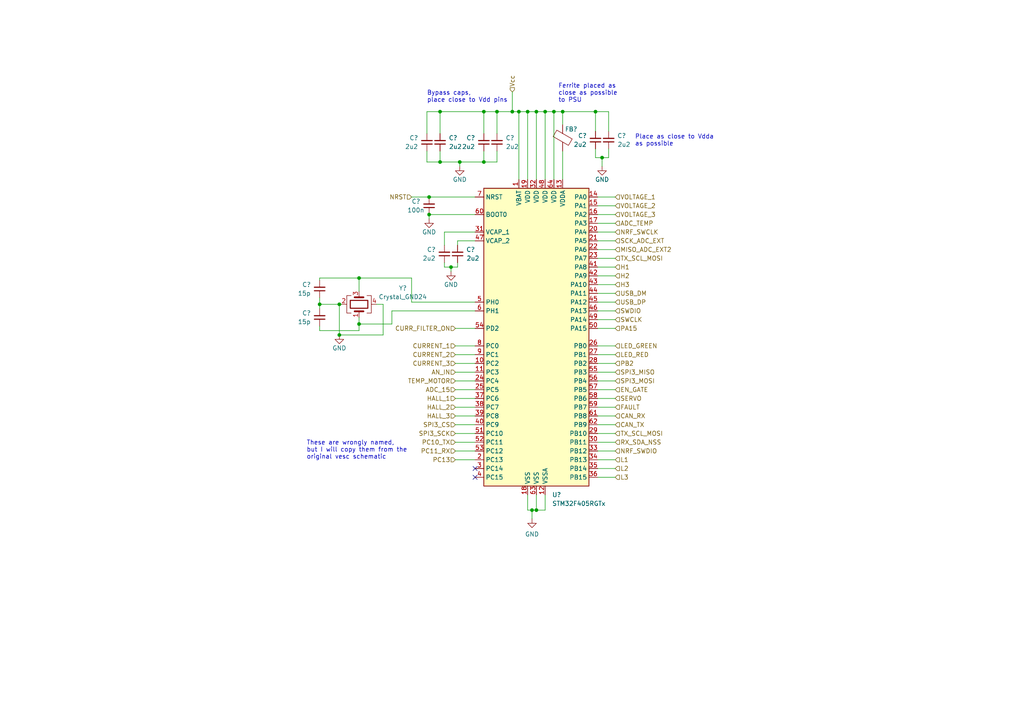
<source format=kicad_sch>
(kicad_sch (version 20211123) (generator eeschema)
  (paper "A4")
  (lib_symbols
    (symbol "Device:C_Small" (pin_numbers hide) (pin_names (offset 0.254) hide)
      (property "Reference" "C" (at 0.254 1.778 0))
      (property "Value" "C_Small" (at 0.254 -2.032 0))
      (symbol "C_Small_0_1"
        (polyline (pts (xy -1.524 -0.508) (xy 1.524 -0.508)) (stroke (width 0.3302)))
        (polyline (pts (xy -1.524 0.508) (xy 1.524 0.508)) (stroke (width 0.3048)))
      )
      (symbol "C_Small_1_1"
        (pin passive line (at 0 2.54 270) (length 2.032) (name "~") (number "1"))
        (pin passive line (at 0 -2.54 90) (length 2.032) (name "~") (number "2"))
      )
    )
    (symbol "Device:Crystal_GND24" (pin_names (offset 1.016) hide)
      (property "Reference" "Y" (at 3.175 5.08 0))
      (property "Value" "Crystal_GND24" (at 3.175 3.175 0))
      (symbol "Crystal_GND24_0_1"
        (rectangle (start -1.143 2.54) (end 1.143 -2.54) (stroke (width 0.3048)))
        (polyline (pts (xy -2.54 0) (xy -2.032 0)))
        (polyline (pts (xy -2.032 -1.27) (xy -2.032 1.27)) (stroke (width 0.508)))
        (polyline (pts (xy 0 -3.81) (xy 0 -3.556)))
        (polyline (pts (xy 0 3.556) (xy 0 3.81)))
        (polyline (pts (xy 2.032 -1.27) (xy 2.032 1.27)) (stroke (width 0.508)))
        (polyline (pts (xy 2.032 0) (xy 2.54 0)))
        (polyline (pts (xy -2.54 -2.286) (xy -2.54 -3.556) (xy 2.54 -3.556) (xy 2.54 -2.286)))
        (polyline (pts (xy -2.54 2.286) (xy -2.54 3.556) (xy 2.54 3.556) (xy 2.54 2.286)))
      )
      (symbol "Crystal_GND24_1_1"
        (pin passive line (at -3.81 0 0) (length 1.27) (name "1") (number "1"))
        (pin passive line (at 0 5.08 270) (length 1.27) (name "2") (number "2"))
        (pin passive line (at 3.81 0 180) (length 1.27) (name "3") (number "3"))
        (pin passive line (at 0 -5.08 90) (length 1.27) (name "4") (number "4"))
      )
    )
    (symbol "Device:FerriteBead" (pin_numbers hide) (pin_names (offset 0))
      (property "Reference" "FB" (at -3.81 0.635 90))
      (property "Value" "FerriteBead" (at 3.81 0 90))
      (symbol "FerriteBead_0_1"
        (polyline (pts (xy 0 -1.27) (xy 0 -1.2192)))
        (polyline (pts (xy 0 1.27) (xy 0 1.2954)))
        (polyline (pts (xy -2.7686 0.4064) (xy -1.7018 2.2606) (xy 2.7686 -0.3048) (xy 1.6764 -2.159) (xy -2.7686 0.4064)))
      )
      (symbol "FerriteBead_1_1"
        (pin passive line (at 0 3.81 270) (length 2.54) (name "~") (number "1"))
        (pin passive line (at 0 -3.81 90) (length 2.54) (name "~") (number "2"))
      )
    )
    (symbol "MCU_ST_STM32F4:STM32F405RGTx"
      (property "Reference" "U" (at -15.24 44.45 0))
      (property "Value" "STM32F405RGTx" (at 10.16 44.45 0))
      (symbol "STM32F405RGTx_0_1"
        (rectangle (start -15.24 -43.18) (end 15.24 43.18) (stroke (width 0.254)) (fill (type background)))
      )
      (symbol "STM32F405RGTx_1_1"
        (pin power_in line (at -5.08 45.72 270) (length 2.54) (name "VBAT") (number "1"))
        (pin bidirectional line (at -17.78 -7.62 0) (length 2.54) (name "PC2") (number "10"))
        (pin bidirectional line (at -17.78 -10.16 0) (length 2.54) (name "PC3") (number "11"))
        (pin power_in line (at 2.54 -45.72 90) (length 2.54) (name "VSSA") (number "12"))
        (pin power_in line (at 7.62 45.72 270) (length 2.54) (name "VDDA") (number "13"))
        (pin bidirectional line (at 17.78 40.64 180) (length 2.54) (name "PA0") (number "14"))
        (pin bidirectional line (at 17.78 38.1 180) (length 2.54) (name "PA1") (number "15"))
        (pin bidirectional line (at 17.78 35.56 180) (length 2.54) (name "PA2") (number "16"))
        (pin bidirectional line (at 17.78 33.02 180) (length 2.54) (name "PA3") (number "17"))
        (pin power_in line (at -2.54 -45.72 90) (length 2.54) (name "VSS") (number "18"))
        (pin power_in line (at -2.54 45.72 270) (length 2.54) (name "VDD") (number "19"))
        (pin bidirectional line (at -17.78 -35.56 0) (length 2.54) (name "PC13") (number "2"))
        (pin bidirectional line (at 17.78 30.48 180) (length 2.54) (name "PA4") (number "20"))
        (pin bidirectional line (at 17.78 27.94 180) (length 2.54) (name "PA5") (number "21"))
        (pin bidirectional line (at 17.78 25.4 180) (length 2.54) (name "PA6") (number "22"))
        (pin bidirectional line (at 17.78 22.86 180) (length 2.54) (name "PA7") (number "23"))
        (pin bidirectional line (at -17.78 -12.7 0) (length 2.54) (name "PC4") (number "24"))
        (pin bidirectional line (at -17.78 -15.24 0) (length 2.54) (name "PC5") (number "25"))
        (pin bidirectional line (at 17.78 -2.54 180) (length 2.54) (name "PB0") (number "26"))
        (pin bidirectional line (at 17.78 -5.08 180) (length 2.54) (name "PB1") (number "27"))
        (pin bidirectional line (at 17.78 -7.62 180) (length 2.54) (name "PB2") (number "28"))
        (pin bidirectional line (at 17.78 -27.94 180) (length 2.54) (name "PB10") (number "29"))
        (pin bidirectional line (at -17.78 -38.1 0) (length 2.54) (name "PC14") (number "3"))
        (pin bidirectional line (at 17.78 -30.48 180) (length 2.54) (name "PB11") (number "30"))
        (pin power_in line (at -17.78 30.48 0) (length 2.54) (name "VCAP_1") (number "31"))
        (pin power_in line (at 0 45.72 270) (length 2.54) (name "VDD") (number "32"))
        (pin bidirectional line (at 17.78 -33.02 180) (length 2.54) (name "PB12") (number "33"))
        (pin bidirectional line (at 17.78 -35.56 180) (length 2.54) (name "PB13") (number "34"))
        (pin bidirectional line (at 17.78 -38.1 180) (length 2.54) (name "PB14") (number "35"))
        (pin bidirectional line (at 17.78 -40.64 180) (length 2.54) (name "PB15") (number "36"))
        (pin bidirectional line (at -17.78 -17.78 0) (length 2.54) (name "PC6") (number "37"))
        (pin bidirectional line (at -17.78 -20.32 0) (length 2.54) (name "PC7") (number "38"))
        (pin bidirectional line (at -17.78 -22.86 0) (length 2.54) (name "PC8") (number "39"))
        (pin bidirectional line (at -17.78 -40.64 0) (length 2.54) (name "PC15") (number "4"))
        (pin bidirectional line (at -17.78 -25.4 0) (length 2.54) (name "PC9") (number "40"))
        (pin bidirectional line (at 17.78 20.32 180) (length 2.54) (name "PA8") (number "41"))
        (pin bidirectional line (at 17.78 17.78 180) (length 2.54) (name "PA9") (number "42"))
        (pin bidirectional line (at 17.78 15.24 180) (length 2.54) (name "PA10") (number "43"))
        (pin bidirectional line (at 17.78 12.7 180) (length 2.54) (name "PA11") (number "44"))
        (pin bidirectional line (at 17.78 10.16 180) (length 2.54) (name "PA12") (number "45"))
        (pin bidirectional line (at 17.78 7.62 180) (length 2.54) (name "PA13") (number "46"))
        (pin power_in line (at -17.78 27.94 0) (length 2.54) (name "VCAP_2") (number "47"))
        (pin power_in line (at 2.54 45.72 270) (length 2.54) (name "VDD") (number "48"))
        (pin bidirectional line (at 17.78 5.08 180) (length 2.54) (name "PA14") (number "49"))
        (pin input line (at -17.78 10.16 0) (length 2.54) (name "PH0") (number "5"))
        (pin bidirectional line (at 17.78 2.54 180) (length 2.54) (name "PA15") (number "50"))
        (pin bidirectional line (at -17.78 -27.94 0) (length 2.54) (name "PC10") (number "51"))
        (pin bidirectional line (at -17.78 -30.48 0) (length 2.54) (name "PC11") (number "52"))
        (pin bidirectional line (at -17.78 -33.02 0) (length 2.54) (name "PC12") (number "53"))
        (pin bidirectional line (at -17.78 2.54 0) (length 2.54) (name "PD2") (number "54"))
        (pin bidirectional line (at 17.78 -10.16 180) (length 2.54) (name "PB3") (number "55"))
        (pin bidirectional line (at 17.78 -12.7 180) (length 2.54) (name "PB4") (number "56"))
        (pin bidirectional line (at 17.78 -15.24 180) (length 2.54) (name "PB5") (number "57"))
        (pin bidirectional line (at 17.78 -17.78 180) (length 2.54) (name "PB6") (number "58"))
        (pin bidirectional line (at 17.78 -20.32 180) (length 2.54) (name "PB7") (number "59"))
        (pin input line (at -17.78 7.62 0) (length 2.54) (name "PH1") (number "6"))
        (pin input line (at -17.78 35.56 0) (length 2.54) (name "BOOT0") (number "60"))
        (pin bidirectional line (at 17.78 -22.86 180) (length 2.54) (name "PB8") (number "61"))
        (pin bidirectional line (at 17.78 -25.4 180) (length 2.54) (name "PB9") (number "62"))
        (pin power_in line (at 0 -45.72 90) (length 2.54) (name "VSS") (number "63"))
        (pin power_in line (at 5.08 45.72 270) (length 2.54) (name "VDD") (number "64"))
        (pin input line (at -17.78 40.64 0) (length 2.54) (name "NRST") (number "7"))
        (pin bidirectional line (at -17.78 -2.54 0) (length 2.54) (name "PC0") (number "8"))
        (pin bidirectional line (at -17.78 -5.08 0) (length 2.54) (name "PC1") (number "9"))
      )
    )
    (symbol "power:GND" (power) (pin_names (offset 0))
      (property "Value" "GND" (at 0 -3.81 0))
      (symbol "GND_0_1"
        (polyline (pts (xy 0 0) (xy 0 -1.27) (xy 1.27 -1.27) (xy 0 -2.54) (xy -1.27 -1.27) (xy 0 -1.27)))
      )
      (symbol "GND_1_1"
        (pin power_in line (at 0 0 270) (length 0) hide (name "GND") (number "1"))
      )
    )
  )
  (junction (at 163.195 32.385))
  (junction (at 174.625 45.72))
  (junction (at 150.495 32.385))
  (junction (at 92.71 88.265))
  (junction (at 153.035 32.385))
  (junction (at 98.425 88.265))
  (junction (at 127.635 32.385))
  (junction (at 104.14 93.98))
  (junction (at 158.115 32.385))
  (junction (at 140.335 32.385))
  (junction (at 124.46 62.23))
  (junction (at 98.425 97.155))
  (junction (at 133.35 46.99))
  (junction (at 104.14 80.645))
  (junction (at 160.655 32.385))
  (junction (at 144.145 32.385))
  (junction (at 140.335 46.99))
  (junction (at 130.81 77.47))
  (junction (at 155.575 147.955))
  (junction (at 154.305 147.955))
  (junction (at 148.59 32.385))
  (junction (at 127.635 46.99))
  (junction (at 124.46 57.15))
  (junction (at 172.72 32.385))
  (junction (at 155.575 32.385))
  (no_connect (at 137.795 135.89))
  (no_connect (at 137.795 138.43))
  (wire (pts (xy 92.71 88.265) (xy 98.425 88.265)))
  (wire (pts (xy 92.71 95.885) (xy 104.14 95.885)))
  (wire (pts (xy 140.335 32.385) (xy 144.145 32.385)))
  (wire (pts (xy 173.355 115.57) (xy 178.435 115.57)))
  (wire (pts (xy 173.355 59.69) (xy 178.435 59.69)))
  (wire (pts (xy 132.08 125.73) (xy 137.795 125.73)))
  (wire (pts (xy 173.355 105.41) (xy 178.435 105.41)))
  (wire (pts (xy 158.115 147.955) (xy 155.575 147.955)))
  (wire (pts (xy 98.425 88.265) (xy 99.06 88.265)))
  (wire (pts (xy 163.195 32.385) (xy 163.195 36.195)))
  (wire (pts (xy 132.08 133.35) (xy 137.795 133.35)))
  (wire (pts (xy 92.71 94.615) (xy 92.71 95.885)))
  (wire (pts (xy 132.08 123.19) (xy 137.795 123.19)))
  (wire (pts (xy 132.715 69.85) (xy 137.795 69.85)))
  (wire (pts (xy 92.71 80.645) (xy 104.14 80.645)))
  (wire (pts (xy 132.715 76.2) (xy 132.715 77.47)))
  (wire (pts (xy 153.035 147.955) (xy 154.305 147.955)))
  (wire (pts (xy 104.14 84.455) (xy 104.14 80.645)))
  (wire (pts (xy 123.825 38.735) (xy 123.825 32.385)))
  (wire (pts (xy 144.145 32.385) (xy 144.145 38.735)))
  (wire (pts (xy 154.305 147.955) (xy 154.305 150.495)))
  (wire (pts (xy 132.08 128.27) (xy 137.795 128.27)))
  (wire (pts (xy 140.335 46.99) (xy 133.35 46.99)))
  (wire (pts (xy 173.355 62.23) (xy 178.435 62.23)))
  (wire (pts (xy 173.355 57.15) (xy 178.435 57.15)))
  (wire (pts (xy 92.71 81.28) (xy 92.71 80.645)))
  (wire (pts (xy 119.38 57.15) (xy 124.46 57.15)))
  (wire (pts (xy 104.14 95.885) (xy 104.14 93.98)))
  (wire (pts (xy 132.08 105.41) (xy 137.795 105.41)))
  (wire (pts (xy 144.145 46.99) (xy 140.335 46.99)))
  (wire (pts (xy 124.46 62.23) (xy 124.46 63.5)))
  (wire (pts (xy 163.195 32.385) (xy 172.72 32.385)))
  (wire (pts (xy 123.825 32.385) (xy 127.635 32.385)))
  (wire (pts (xy 128.905 71.12) (xy 128.905 67.31)))
  (wire (pts (xy 160.655 32.385) (xy 163.195 32.385)))
  (wire (pts (xy 173.355 69.85) (xy 178.435 69.85)))
  (wire (pts (xy 130.81 77.47) (xy 128.905 77.47)))
  (wire (pts (xy 173.355 123.19) (xy 178.435 123.19)))
  (wire (pts (xy 132.08 120.65) (xy 137.795 120.65)))
  (wire (pts (xy 140.335 38.735) (xy 140.335 32.385)))
  (wire (pts (xy 153.035 143.51) (xy 153.035 147.955)))
  (wire (pts (xy 176.53 43.18) (xy 176.53 45.72)))
  (wire (pts (xy 150.495 32.385) (xy 153.035 32.385)))
  (wire (pts (xy 173.355 85.09) (xy 178.435 85.09)))
  (wire (pts (xy 160.655 32.385) (xy 160.655 52.07)))
  (wire (pts (xy 127.635 46.99) (xy 123.825 46.99)))
  (wire (pts (xy 173.355 107.95) (xy 178.435 107.95)))
  (wire (pts (xy 158.115 32.385) (xy 160.655 32.385)))
  (wire (pts (xy 124.46 57.15) (xy 137.795 57.15)))
  (wire (pts (xy 111.125 88.265) (xy 111.125 97.155)))
  (wire (pts (xy 133.35 46.99) (xy 127.635 46.99)))
  (wire (pts (xy 119.38 80.645) (xy 119.38 87.63)))
  (wire (pts (xy 176.53 32.385) (xy 176.53 38.1)))
  (wire (pts (xy 173.355 87.63) (xy 178.435 87.63)))
  (wire (pts (xy 132.715 71.12) (xy 132.715 69.85)))
  (wire (pts (xy 132.08 118.11) (xy 137.795 118.11)))
  (wire (pts (xy 158.115 143.51) (xy 158.115 147.955)))
  (wire (pts (xy 173.355 138.43) (xy 178.435 138.43)))
  (wire (pts (xy 173.355 72.39) (xy 178.435 72.39)))
  (wire (pts (xy 127.635 32.385) (xy 140.335 32.385)))
  (wire (pts (xy 174.625 45.72) (xy 174.625 48.26)))
  (wire (pts (xy 155.575 32.385) (xy 158.115 32.385)))
  (wire (pts (xy 133.35 48.26) (xy 133.35 46.99)))
  (wire (pts (xy 104.14 80.645) (xy 119.38 80.645)))
  (wire (pts (xy 173.355 95.25) (xy 178.435 95.25)))
  (wire (pts (xy 172.72 43.18) (xy 172.72 45.72)))
  (wire (pts (xy 173.355 92.71) (xy 178.435 92.71)))
  (wire (pts (xy 173.355 118.11) (xy 178.435 118.11)))
  (wire (pts (xy 130.81 77.47) (xy 132.715 77.47)))
  (wire (pts (xy 119.38 87.63) (xy 137.795 87.63)))
  (wire (pts (xy 127.635 32.385) (xy 127.635 38.735)))
  (wire (pts (xy 132.08 113.03) (xy 137.795 113.03)))
  (wire (pts (xy 104.14 92.075) (xy 104.14 93.98)))
  (wire (pts (xy 173.355 74.93) (xy 178.435 74.93)))
  (wire (pts (xy 173.355 77.47) (xy 178.435 77.47)))
  (wire (pts (xy 137.795 62.23) (xy 124.46 62.23)))
  (wire (pts (xy 137.795 90.17) (xy 113.665 90.17)))
  (wire (pts (xy 153.035 52.07) (xy 153.035 32.385)))
  (wire (pts (xy 113.665 93.98) (xy 104.14 93.98)))
  (wire (pts (xy 173.355 130.81) (xy 178.435 130.81)))
  (wire (pts (xy 140.335 43.815) (xy 140.335 46.99)))
  (wire (pts (xy 155.575 52.07) (xy 155.575 32.385)))
  (wire (pts (xy 173.355 120.65) (xy 178.435 120.65)))
  (wire (pts (xy 92.71 88.265) (xy 92.71 89.535)))
  (wire (pts (xy 153.035 32.385) (xy 155.575 32.385)))
  (wire (pts (xy 113.665 90.17) (xy 113.665 93.98)))
  (wire (pts (xy 173.355 100.33) (xy 178.435 100.33)))
  (wire (pts (xy 132.08 95.25) (xy 137.795 95.25)))
  (wire (pts (xy 173.355 113.03) (xy 178.435 113.03)))
  (wire (pts (xy 132.08 115.57) (xy 137.795 115.57)))
  (wire (pts (xy 173.355 82.55) (xy 178.435 82.55)))
  (wire (pts (xy 163.195 43.815) (xy 163.195 52.07)))
  (wire (pts (xy 173.355 80.01) (xy 178.435 80.01)))
  (wire (pts (xy 173.355 90.17) (xy 178.435 90.17)))
  (wire (pts (xy 130.81 78.74) (xy 130.81 77.47)))
  (wire (pts (xy 158.115 32.385) (xy 158.115 52.07)))
  (wire (pts (xy 173.355 133.35) (xy 178.435 133.35)))
  (wire (pts (xy 111.125 97.155) (xy 98.425 97.155)))
  (wire (pts (xy 172.72 45.72) (xy 174.625 45.72)))
  (wire (pts (xy 173.355 102.87) (xy 178.435 102.87)))
  (wire (pts (xy 173.355 64.77) (xy 178.435 64.77)))
  (wire (pts (xy 127.635 43.815) (xy 127.635 46.99)))
  (wire (pts (xy 174.625 45.72) (xy 176.53 45.72)))
  (wire (pts (xy 132.08 102.87) (xy 137.795 102.87)))
  (wire (pts (xy 173.355 135.89) (xy 178.435 135.89)))
  (wire (pts (xy 173.355 128.27) (xy 178.435 128.27)))
  (wire (pts (xy 155.575 147.955) (xy 155.575 143.51)))
  (wire (pts (xy 173.355 125.73) (xy 178.435 125.73)))
  (wire (pts (xy 172.72 32.385) (xy 172.72 38.1)))
  (wire (pts (xy 132.08 130.81) (xy 137.795 130.81)))
  (wire (pts (xy 132.08 107.95) (xy 137.795 107.95)))
  (wire (pts (xy 172.72 32.385) (xy 176.53 32.385)))
  (wire (pts (xy 128.905 67.31) (xy 137.795 67.31)))
  (wire (pts (xy 150.495 52.07) (xy 150.495 32.385)))
  (wire (pts (xy 128.905 76.2) (xy 128.905 77.47)))
  (wire (pts (xy 92.71 86.36) (xy 92.71 88.265)))
  (wire (pts (xy 173.355 110.49) (xy 178.435 110.49)))
  (wire (pts (xy 148.59 32.385) (xy 150.495 32.385)))
  (wire (pts (xy 154.305 147.955) (xy 155.575 147.955)))
  (wire (pts (xy 109.22 88.265) (xy 111.125 88.265)))
  (wire (pts (xy 98.425 97.155) (xy 98.425 88.265)))
  (wire (pts (xy 173.355 67.31) (xy 178.435 67.31)))
  (wire (pts (xy 132.08 110.49) (xy 137.795 110.49)))
  (wire (pts (xy 148.59 26.67) (xy 148.59 32.385)))
  (wire (pts (xy 123.825 43.815) (xy 123.825 46.99)))
  (wire (pts (xy 144.145 32.385) (xy 148.59 32.385)))
  (wire (pts (xy 144.145 43.815) (xy 144.145 46.99)))
  (wire (pts (xy 132.08 100.33) (xy 137.795 100.33)))
  (text "Place as close to Vdda\nas possible" (at 184.15 42.545 0) (effects (font (size 1.27 1.27)) (justify left bottom)))
  (text "Ferrite placed as\nclose as possible\nto PSU" (at 161.925 29.845 0) (effects (font (size 1.27 1.27)) (justify left bottom)))
  (text "These are wrongly named,\nbut I will copy them from the \noriginal vesc schematic" (at 88.9 133.35 0) (effects (font (size 1.27 1.27)) (justify left bottom)))
  (text "Bypass caps,\nplace close to Vdd pins" (at 123.825 29.845 0) (effects (font (size 1.27 1.27)) (justify left bottom)))
  (hierarchical_label "USB_DP" (shape input) (at 178.435 87.63 0))
  (hierarchical_label "ADC_TEMP" (shape input) (at 178.435 64.77 0))
  (hierarchical_label "PB2" (shape input) (at 178.435 105.41 0))
  (hierarchical_label "TX_SCL_MOSI" (shape input) (at 178.435 74.93 0))
  (hierarchical_label "CURRENT_1" (shape input) (at 132.08 100.33 180))
  (hierarchical_label "SERVO" (shape input) (at 178.435 115.57 0))
  (hierarchical_label "L1" (shape input) (at 178.435 133.35 0))
  (hierarchical_label "VOLTAGE_2" (shape input) (at 178.435 59.69 0))
  (hierarchical_label "FAULT" (shape input) (at 178.435 118.11 0))
  (hierarchical_label "Vcc" (shape input) (at 148.59 26.67 90))
  (hierarchical_label "HALL_2" (shape input) (at 132.08 118.11 180))
  (hierarchical_label "H2" (shape input) (at 178.435 80.01 0))
  (hierarchical_label "ADC_15" (shape input) (at 132.08 113.03 180))
  (hierarchical_label "NRF_SWDIO" (shape input) (at 178.435 130.81 0))
  (hierarchical_label "L2" (shape input) (at 178.435 135.89 0))
  (hierarchical_label "VOLTAGE_3" (shape input) (at 178.435 62.23 0))
  (hierarchical_label "SWCLK" (shape input) (at 178.435 92.71 0))
  (hierarchical_label "NRST" (shape input) (at 119.38 57.15 180))
  (hierarchical_label "SPI3_SCK" (shape input) (at 132.08 125.73 180))
  (hierarchical_label "CAN_TX" (shape input) (at 178.435 123.19 0))
  (hierarchical_label "MISO_ADC_EXT2" (shape input) (at 178.435 72.39 0))
  (hierarchical_label "EN_GATE" (shape input) (at 178.435 113.03 0))
  (hierarchical_label "HALL_3" (shape input) (at 132.08 120.65 180))
  (hierarchical_label "SPI3_MOSI" (shape input) (at 178.435 110.49 0))
  (hierarchical_label "SWDIO" (shape input) (at 178.435 90.17 0))
  (hierarchical_label "H3" (shape input) (at 178.435 82.55 0))
  (hierarchical_label "LED_GREEN" (shape input) (at 178.435 100.33 0))
  (hierarchical_label "CURRENT_2" (shape input) (at 132.08 102.87 180))
  (hierarchical_label "AN_IN" (shape input) (at 132.08 107.95 180))
  (hierarchical_label "SCK_ADC_EXT" (shape input) (at 178.435 69.85 0))
  (hierarchical_label "LED_RED" (shape input) (at 178.435 102.87 0))
  (hierarchical_label "CURRENT_3" (shape input) (at 132.08 105.41 180))
  (hierarchical_label "SPI3_MISO" (shape input) (at 178.435 107.95 0))
  (hierarchical_label "PC11_RX" (shape input) (at 132.08 130.81 180))
  (hierarchical_label "PC10_TX" (shape input) (at 132.08 128.27 180))
  (hierarchical_label "H1" (shape input) (at 178.435 77.47 0))
  (hierarchical_label "RX_SDA_NSS" (shape input) (at 178.435 128.27 0))
  (hierarchical_label "NRF_SWCLK" (shape input) (at 178.435 67.31 0))
  (hierarchical_label "TEMP_MOTOR" (shape input) (at 132.08 110.49 180))
  (hierarchical_label "PA15" (shape input) (at 178.435 95.25 0))
  (hierarchical_label "CURR_FILTER_ON" (shape input) (at 132.08 95.25 180))
  (hierarchical_label "USB_DM" (shape input) (at 178.435 85.09 0))
  (hierarchical_label "PC13" (shape input) (at 132.08 133.35 180))
  (hierarchical_label "L3" (shape input) (at 178.435 138.43 0))
  (hierarchical_label "CAN_RX" (shape input) (at 178.435 120.65 0))
  (hierarchical_label "TX_SCL_MOSI" (shape input) (at 178.435 125.73 0))
  (hierarchical_label "VOLTAGE_1" (shape input) (at 178.435 57.15 0))
  (hierarchical_label "SPI3_CS" (shape input) (at 132.08 123.19 180))
  (hierarchical_label "HALL_1" (shape input) (at 132.08 115.57 180))
  (symbol (lib_id "MCU_ST_STM32F4:STM32F405RGTx") (at 155.575 97.79 0) (unit 1)
    (property "Reference" "U?" (at 160.1344 143.51 0) (effects (justify left)))
    (property "Value" "STM32F405RGTx" (at 160.1344 146.05 0) (effects (justify left)))
    (property "Footprint" "Package_QFP:LQFP-64_10x10mm_P0.5mm" (effects hide))
    (property "Datasheet" "http://www.st.com/st-web-ui/static/active/en/resource/technical/document/datasheet/DM00037051.pdf" (effects hide))
  )
  (symbol (lib_id "Device:C_Small") (at 123.825 41.275 180) (unit 1)
    (property "Reference" "C?" (at 118.745 40.005 0) (effects (justify right)))
    (property "Value" "2u2" (at 117.475 42.545 0) (effects (justify right)))
    (property "Footprint" "Capacitor_SMD:C_0603_1608Metric_Pad1.08x0.95mm_HandSolder" (effects hide))
  )
  (symbol (lib_id "Device:C_Small") (at 92.71 83.82 180) (unit 1)
    (property "Reference" "C?" (at 87.63 82.55 0) (effects (justify right)))
    (property "Value" "15p" (at 86.36 85.09 0) (effects (justify right)))
    (property "Footprint" "Capacitor_SMD:C_0603_1608Metric_Pad1.08x0.95mm_HandSolder" (effects hide))
  )
  (symbol (lib_id "power:GND") (at 154.305 150.495 0) (unit 1)
    (property "Reference" "#PWR?" (effects hide))
    (property "Value" "GND" (at 154.305 154.94 0))
  )
  (symbol (lib_id "Device:C_Small") (at 124.46 59.69 180) (unit 1)
    (property "Reference" "C?" (at 119.38 58.42 0) (effects (justify right)))
    (property "Value" "100n" (at 118.11 60.96 0) (effects (justify right)))
    (property "Footprint" "Capacitor_SMD:C_0603_1608Metric_Pad1.08x0.95mm_HandSolder" (effects hide))
  )
  (symbol (lib_id "power:GND") (at 130.81 78.74 0) (unit 1)
    (property "Reference" "#PWR?" (effects hide))
    (property "Value" "GND" (at 130.81 82.55 0))
  )
  (symbol (lib_id "Device:C_Small") (at 172.72 40.64 180) (unit 1)
    (property "Reference" "C?" (at 167.64 39.37 0) (effects (justify right)))
    (property "Value" "2u2" (at 166.37 41.91 0) (effects (justify right)))
    (property "Footprint" "Capacitor_SMD:C_0603_1608Metric_Pad1.08x0.95mm_HandSolder" (effects hide))
  )
  (symbol (lib_id "power:GND") (at 133.35 48.26 0) (unit 1)
    (property "Reference" "#PWR?" (effects hide))
    (property "Value" "GND" (at 133.35 52.07 0))
  )
  (symbol (lib_id "power:GND") (at 174.625 48.26 0) (unit 1)
    (property "Reference" "#PWR?" (effects hide))
    (property "Value" "GND" (at 174.625 52.07 0))
  )
  (symbol (lib_id "Device:C_Small") (at 176.53 40.64 0) (mirror x) (unit 1)
    (property "Reference" "C?" (at 181.61 39.37 0) (effects (justify right)))
    (property "Value" "2u2" (at 182.88 41.91 0) (effects (justify right)))
    (property "Footprint" "Capacitor_SMD:C_0603_1608Metric_Pad1.08x0.95mm_HandSolder" (effects hide))
  )
  (symbol (lib_id "power:GND") (at 98.425 97.155 0) (unit 1)
    (property "Reference" "#PWR?" (effects hide))
    (property "Value" "GND" (at 98.425 100.965 0))
  )
  (symbol (lib_id "Device:FerriteBead") (at 163.195 40.005 0) (unit 1)
    (property "Reference" "FB?" (at 163.83 37.465 0) (effects (justify left)))
    (property "Value" "FCM1608KF-601T05" (effects hide))
    (property "Footprint" "Inductor_SMD:L_0603_1608Metric_Pad1.05x0.95mm_HandSolder" (effects hide))
  )
  (symbol (lib_id "Device:Crystal_GND24") (at 104.14 88.265 90) (unit 1)
    (property "Reference" "Y?" (at 116.84 83.566 90))
    (property "Value" "Crystal_GND24" (at 116.84 86.106 90))
  )
  (symbol (lib_id "Device:C_Small") (at 128.905 73.66 180) (unit 1)
    (property "Reference" "C?" (at 123.825 72.39 0) (effects (justify right)))
    (property "Value" "2u2" (at 122.555 74.93 0) (effects (justify right)))
    (property "Footprint" "Capacitor_SMD:C_0603_1608Metric_Pad1.08x0.95mm_HandSolder" (effects hide))
  )
  (symbol (lib_id "Device:C_Small") (at 92.71 92.075 180) (unit 1)
    (property "Reference" "C?" (at 87.63 90.805 0) (effects (justify right)))
    (property "Value" "15p" (at 86.36 93.345 0) (effects (justify right)))
    (property "Footprint" "Capacitor_SMD:C_0603_1608Metric_Pad1.08x0.95mm_HandSolder" (effects hide))
  )
  (symbol (lib_id "power:GND") (at 124.46 63.5 0) (unit 1)
    (property "Reference" "#PWR?" (effects hide))
    (property "Value" "GND" (at 124.46 67.31 0))
  )
  (symbol (lib_id "Device:C_Small") (at 132.715 73.66 0) (mirror x) (unit 1)
    (property "Reference" "C?" (at 137.795 72.39 0) (effects (justify right)))
    (property "Value" "2u2" (at 139.065 74.93 0) (effects (justify right)))
    (property "Footprint" "Capacitor_SMD:C_0603_1608Metric_Pad1.08x0.95mm_HandSolder" (effects hide))
  )
  (symbol (lib_id "Device:C_Small") (at 127.635 41.275 0) (mirror x) (unit 1)
    (property "Reference" "C?" (at 132.715 40.005 0) (effects (justify right)))
    (property "Value" "2u2" (at 133.985 42.545 0) (effects (justify right)))
    (property "Footprint" "Capacitor_SMD:C_0603_1608Metric_Pad1.08x0.95mm_HandSolder" (effects hide))
  )
  (symbol (lib_id "Device:C_Small") (at 144.145 41.275 0) (mirror x) (unit 1)
    (property "Reference" "C?" (at 149.225 40.005 0) (effects (justify right)))
    (property "Value" "2u2" (at 150.495 42.545 0) (effects (justify right)))
    (property "Footprint" "Capacitor_SMD:C_0603_1608Metric_Pad1.08x0.95mm_HandSolder" (effects hide))
  )
  (symbol (lib_id "Device:C_Small") (at 140.335 41.275 180) (unit 1)
    (property "Reference" "C?" (at 135.255 40.005 0) (effects (justify right)))
    (property "Value" "2u2" (at 133.985 42.545 0) (effects (justify right)))
    (property "Footprint" "Capacitor_SMD:C_0603_1608Metric_Pad1.08x0.95mm_HandSolder" (effects hide))
  )
)
</source>
